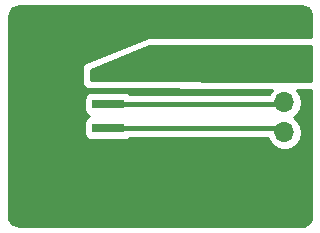
<source format=gbr>
G04 #@! TF.GenerationSoftware,KiCad,Pcbnew,5.0.2-bee76a0~70~ubuntu18.04.1*
G04 #@! TF.CreationDate,2019-01-01T14:20:38-08:00*
G04 #@! TF.ProjectId,USB_TypeA_Breakout_V1,5553425f-5479-4706-9541-5f427265616b,rev?*
G04 #@! TF.SameCoordinates,Original*
G04 #@! TF.FileFunction,Copper,L1,Top*
G04 #@! TF.FilePolarity,Positive*
%FSLAX46Y46*%
G04 Gerber Fmt 4.6, Leading zero omitted, Abs format (unit mm)*
G04 Created by KiCad (PCBNEW 5.0.2-bee76a0~70~ubuntu18.04.1) date Tue 01 Jan 2019 02:20:38 PM PST*
%MOMM*%
%LPD*%
G01*
G04 APERTURE LIST*
G04 #@! TA.AperFunction,SMDPad,CuDef*
%ADD10R,2.820000X0.800000*%
G04 #@! TD*
G04 #@! TA.AperFunction,ComponentPad*
%ADD11C,3.250000*%
G04 #@! TD*
G04 #@! TA.AperFunction,ComponentPad*
%ADD12R,1.700000X1.700000*%
G04 #@! TD*
G04 #@! TA.AperFunction,ComponentPad*
%ADD13O,1.700000X1.700000*%
G04 #@! TD*
G04 #@! TA.AperFunction,Conductor*
%ADD14C,0.250000*%
G04 #@! TD*
G04 #@! TA.AperFunction,Conductor*
%ADD15C,0.400000*%
G04 #@! TD*
G04 #@! TA.AperFunction,Conductor*
%ADD16C,0.254000*%
G04 #@! TD*
G04 APERTURE END LIST*
D10*
G04 #@! TO.P,J1,1*
G04 #@! TO.N,Net-(J1-Pad1)*
X121539000Y-80797400D03*
G04 #@! TO.P,J1,2*
G04 #@! TO.N,Net-(J1-Pad2)*
X121539000Y-83297400D03*
G04 #@! TO.P,J1,3*
G04 #@! TO.N,Net-(J1-Pad3)*
X121539000Y-85297400D03*
G04 #@! TO.P,J1,4*
G04 #@! TO.N,GND*
X121539000Y-87797400D03*
D11*
G04 #@! TO.P,J1,5*
X117829000Y-77727400D03*
X117829000Y-90867400D03*
G04 #@! TD*
D12*
G04 #@! TO.P,J2,1*
G04 #@! TO.N,Net-(J1-Pad1)*
X136448800Y-80594200D03*
D13*
G04 #@! TO.P,J2,2*
G04 #@! TO.N,Net-(J1-Pad2)*
X136448800Y-83134200D03*
G04 #@! TO.P,J2,3*
G04 #@! TO.N,Net-(J1-Pad3)*
X136448800Y-85674200D03*
G04 #@! TO.P,J2,4*
G04 #@! TO.N,GND*
X136448800Y-88214200D03*
G04 #@! TD*
D14*
G04 #@! TO.N,Net-(J1-Pad2)*
X136285600Y-83297400D02*
X136448800Y-83134200D01*
D15*
X121539000Y-83297400D02*
X136285600Y-83297400D01*
D14*
G04 #@! TO.N,Net-(J1-Pad3)*
X136072000Y-85297400D02*
X136448800Y-85674200D01*
D15*
X121539000Y-85297400D02*
X136072000Y-85297400D01*
G04 #@! TD*
D16*
G04 #@! TO.N,Net-(J1-Pad1)*
G36*
X138723100Y-81291434D02*
X120064382Y-81280084D01*
X120054070Y-80362296D01*
X124967060Y-78397100D01*
X138723100Y-78397100D01*
X138723100Y-81291434D01*
X138723100Y-81291434D01*
G37*
X138723100Y-81291434D02*
X120064382Y-81280084D01*
X120054070Y-80362296D01*
X124967060Y-78397100D01*
X138723100Y-78397100D01*
X138723100Y-81291434D01*
G04 #@! TO.N,GND*
G36*
X138180359Y-75067683D02*
X138406733Y-75187672D01*
X138582036Y-75374520D01*
X138692683Y-75619872D01*
X138723100Y-75853686D01*
X138723100Y-77635100D01*
X124942600Y-77635100D01*
X124706767Y-77680517D01*
X119690267Y-79687117D01*
X119472071Y-79832760D01*
X119336743Y-80040303D01*
X119291140Y-80283834D01*
X119303081Y-81346572D01*
X119291100Y-81406614D01*
X119339289Y-81649647D01*
X119476814Y-81855740D01*
X119682739Y-81993516D01*
X119925714Y-82042000D01*
X135396381Y-82051410D01*
X135378175Y-82063575D01*
X135111689Y-82462400D01*
X123422050Y-82462400D01*
X123406809Y-82439591D01*
X123196765Y-82299243D01*
X122949000Y-82249960D01*
X120129000Y-82249960D01*
X119881235Y-82299243D01*
X119671191Y-82439591D01*
X119530843Y-82649635D01*
X119481560Y-82897400D01*
X119481560Y-83697400D01*
X119530843Y-83945165D01*
X119671191Y-84155209D01*
X119881235Y-84295557D01*
X119890500Y-84297400D01*
X119881235Y-84299243D01*
X119671191Y-84439591D01*
X119530843Y-84649635D01*
X119481560Y-84897400D01*
X119481560Y-85697400D01*
X119530843Y-85945165D01*
X119671191Y-86155209D01*
X119881235Y-86295557D01*
X120129000Y-86344840D01*
X122949000Y-86344840D01*
X123196765Y-86295557D01*
X123406809Y-86155209D01*
X123422050Y-86132400D01*
X135025849Y-86132400D01*
X135049961Y-86253618D01*
X135378175Y-86744825D01*
X135869382Y-87073039D01*
X136302544Y-87159200D01*
X136595056Y-87159200D01*
X137028218Y-87073039D01*
X137519425Y-86744825D01*
X137847639Y-86253618D01*
X137962892Y-85674200D01*
X137847639Y-85094782D01*
X137519425Y-84603575D01*
X137221039Y-84404200D01*
X137519425Y-84204825D01*
X137847639Y-83713618D01*
X137962892Y-83134200D01*
X137847639Y-82554782D01*
X137519425Y-82063575D01*
X137503137Y-82052692D01*
X138723100Y-82053434D01*
X138723101Y-92750993D01*
X138670825Y-93061717D01*
X138548768Y-93286987D01*
X138360326Y-93460571D01*
X138112456Y-93569637D01*
X137888742Y-93597700D01*
X114002117Y-93597700D01*
X113686822Y-93548044D01*
X113460287Y-93428354D01*
X113284739Y-93241741D01*
X113173865Y-92996751D01*
X113143100Y-92761478D01*
X113143100Y-75875263D01*
X113193050Y-75560539D01*
X113313009Y-75334150D01*
X113499834Y-75158823D01*
X113745148Y-75048153D01*
X113979113Y-75017700D01*
X137865697Y-75017700D01*
X138180359Y-75067683D01*
X138180359Y-75067683D01*
G37*
X138180359Y-75067683D02*
X138406733Y-75187672D01*
X138582036Y-75374520D01*
X138692683Y-75619872D01*
X138723100Y-75853686D01*
X138723100Y-77635100D01*
X124942600Y-77635100D01*
X124706767Y-77680517D01*
X119690267Y-79687117D01*
X119472071Y-79832760D01*
X119336743Y-80040303D01*
X119291140Y-80283834D01*
X119303081Y-81346572D01*
X119291100Y-81406614D01*
X119339289Y-81649647D01*
X119476814Y-81855740D01*
X119682739Y-81993516D01*
X119925714Y-82042000D01*
X135396381Y-82051410D01*
X135378175Y-82063575D01*
X135111689Y-82462400D01*
X123422050Y-82462400D01*
X123406809Y-82439591D01*
X123196765Y-82299243D01*
X122949000Y-82249960D01*
X120129000Y-82249960D01*
X119881235Y-82299243D01*
X119671191Y-82439591D01*
X119530843Y-82649635D01*
X119481560Y-82897400D01*
X119481560Y-83697400D01*
X119530843Y-83945165D01*
X119671191Y-84155209D01*
X119881235Y-84295557D01*
X119890500Y-84297400D01*
X119881235Y-84299243D01*
X119671191Y-84439591D01*
X119530843Y-84649635D01*
X119481560Y-84897400D01*
X119481560Y-85697400D01*
X119530843Y-85945165D01*
X119671191Y-86155209D01*
X119881235Y-86295557D01*
X120129000Y-86344840D01*
X122949000Y-86344840D01*
X123196765Y-86295557D01*
X123406809Y-86155209D01*
X123422050Y-86132400D01*
X135025849Y-86132400D01*
X135049961Y-86253618D01*
X135378175Y-86744825D01*
X135869382Y-87073039D01*
X136302544Y-87159200D01*
X136595056Y-87159200D01*
X137028218Y-87073039D01*
X137519425Y-86744825D01*
X137847639Y-86253618D01*
X137962892Y-85674200D01*
X137847639Y-85094782D01*
X137519425Y-84603575D01*
X137221039Y-84404200D01*
X137519425Y-84204825D01*
X137847639Y-83713618D01*
X137962892Y-83134200D01*
X137847639Y-82554782D01*
X137519425Y-82063575D01*
X137503137Y-82052692D01*
X138723100Y-82053434D01*
X138723101Y-92750993D01*
X138670825Y-93061717D01*
X138548768Y-93286987D01*
X138360326Y-93460571D01*
X138112456Y-93569637D01*
X137888742Y-93597700D01*
X114002117Y-93597700D01*
X113686822Y-93548044D01*
X113460287Y-93428354D01*
X113284739Y-93241741D01*
X113173865Y-92996751D01*
X113143100Y-92761478D01*
X113143100Y-75875263D01*
X113193050Y-75560539D01*
X113313009Y-75334150D01*
X113499834Y-75158823D01*
X113745148Y-75048153D01*
X113979113Y-75017700D01*
X137865697Y-75017700D01*
X138180359Y-75067683D01*
G04 #@! TD*
M02*

</source>
